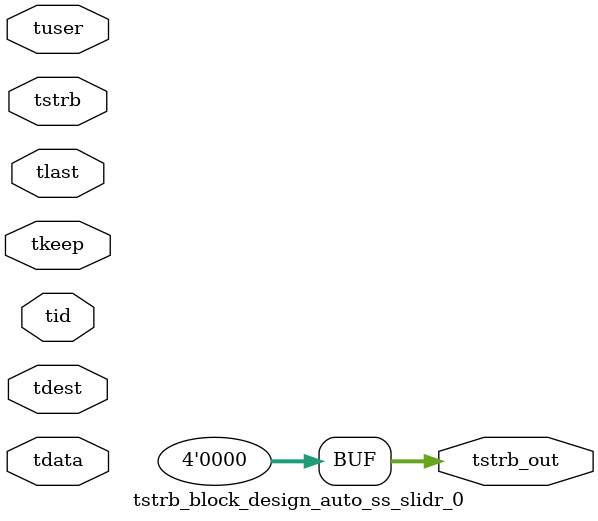
<source format=v>


`timescale 1ps/1ps

module tstrb_block_design_auto_ss_slidr_0 #
(
parameter C_S_AXIS_TDATA_WIDTH = 32,
parameter C_S_AXIS_TUSER_WIDTH = 0,
parameter C_S_AXIS_TID_WIDTH   = 0,
parameter C_S_AXIS_TDEST_WIDTH = 0,
parameter C_M_AXIS_TDATA_WIDTH = 32
)
(
input  [(C_S_AXIS_TDATA_WIDTH == 0 ? 1 : C_S_AXIS_TDATA_WIDTH)-1:0     ] tdata,
input  [(C_S_AXIS_TUSER_WIDTH == 0 ? 1 : C_S_AXIS_TUSER_WIDTH)-1:0     ] tuser,
input  [(C_S_AXIS_TID_WIDTH   == 0 ? 1 : C_S_AXIS_TID_WIDTH)-1:0       ] tid,
input  [(C_S_AXIS_TDEST_WIDTH == 0 ? 1 : C_S_AXIS_TDEST_WIDTH)-1:0     ] tdest,
input  [(C_S_AXIS_TDATA_WIDTH/8)-1:0 ] tkeep,
input  [(C_S_AXIS_TDATA_WIDTH/8)-1:0 ] tstrb,
input                                                                    tlast,
output [(C_M_AXIS_TDATA_WIDTH/8)-1:0 ] tstrb_out
);

assign tstrb_out = {1'b0};

endmodule


</source>
